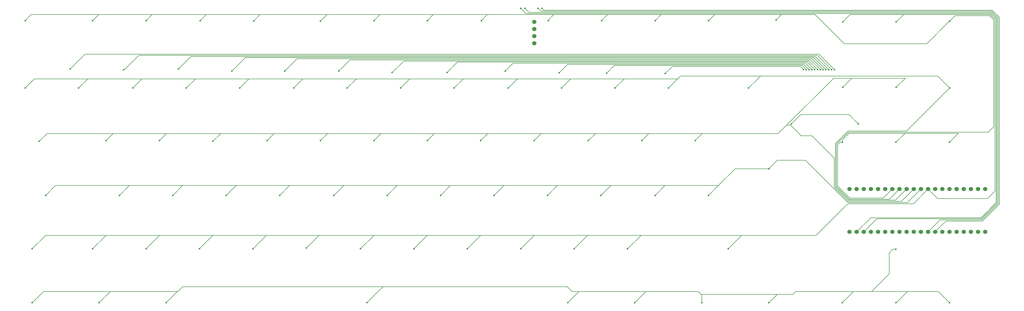
<source format=gtl>
G04 #@! TF.GenerationSoftware,KiCad,Pcbnew,8.0.6*
G04 #@! TF.CreationDate,2024-12-17T01:06:02+01:00*
G04 #@! TF.ProjectId,wxKeyboard,77784b65-7962-46f6-9172-642e6b696361,rev?*
G04 #@! TF.SameCoordinates,Original*
G04 #@! TF.FileFunction,Copper,L1,Top*
G04 #@! TF.FilePolarity,Positive*
%FSLAX46Y46*%
G04 Gerber Fmt 4.6, Leading zero omitted, Abs format (unit mm)*
G04 Created by KiCad (PCBNEW 8.0.6) date 2024-12-17 01:06:02*
%MOMM*%
%LPD*%
G01*
G04 APERTURE LIST*
G04 #@! TA.AperFunction,ComponentPad*
%ADD10C,1.524000*%
G04 #@! TD*
G04 #@! TA.AperFunction,ViaPad*
%ADD11C,0.600000*%
G04 #@! TD*
G04 #@! TA.AperFunction,Conductor*
%ADD12C,0.200000*%
G04 #@! TD*
G04 APERTURE END LIST*
D10*
X359500000Y-321500000D03*
X359500000Y-324040000D03*
X359500000Y-326580000D03*
X359500000Y-329120000D03*
X519880000Y-396240000D03*
X517340000Y-396240000D03*
X514800000Y-396240000D03*
X512260000Y-396240000D03*
X509720000Y-396240000D03*
X507180000Y-396240000D03*
X504640000Y-396240000D03*
X502100000Y-396240000D03*
X499560000Y-396240000D03*
X497020000Y-396240000D03*
X494480000Y-396240000D03*
X491940000Y-396240000D03*
X489400000Y-396240000D03*
X486860000Y-396240000D03*
X484320000Y-396240000D03*
X481780000Y-396240000D03*
X479240000Y-396240000D03*
X476700000Y-396240000D03*
X474160000Y-396240000D03*
X471620000Y-396240000D03*
X519880000Y-381000000D03*
X517340000Y-381000000D03*
X514800000Y-381000000D03*
X512260000Y-381000000D03*
X509720000Y-381000000D03*
X507180000Y-381000000D03*
X504640000Y-381000000D03*
X502100000Y-381000000D03*
X499560000Y-381000000D03*
X497020000Y-381000000D03*
X494480000Y-381000000D03*
X491940000Y-381000000D03*
X489400000Y-381000000D03*
X486860000Y-381000000D03*
X484320000Y-381000000D03*
X481780000Y-381000000D03*
X479240000Y-381000000D03*
X476700000Y-381000000D03*
X474160000Y-381000000D03*
X471620000Y-381000000D03*
D11*
X194500000Y-338250000D03*
X466250000Y-338500000D03*
X465250000Y-338500000D03*
X213500000Y-338440000D03*
X233000000Y-338250000D03*
X464250000Y-338500000D03*
X252000000Y-339000000D03*
X463250000Y-338513952D03*
X462250000Y-338500000D03*
X270750000Y-339000000D03*
X290000000Y-339000000D03*
X461250000Y-338500002D03*
X460250000Y-338500000D03*
X309000000Y-339500000D03*
X328500000Y-339500000D03*
X459250002Y-338500000D03*
X458250000Y-338500000D03*
X349150000Y-339000000D03*
X368375000Y-339625000D03*
X457250000Y-338500000D03*
X456249998Y-338500000D03*
X385250000Y-339750000D03*
X406125000Y-339875000D03*
X455249998Y-338500000D03*
X474750000Y-357750000D03*
X451000000Y-357750000D03*
X507206250Y-364331250D03*
X507206250Y-421481250D03*
X469106250Y-421481250D03*
X395287500Y-421481250D03*
X488156250Y-402431250D03*
X469106250Y-364331250D03*
X300037500Y-421481250D03*
X228600000Y-421481250D03*
X204787500Y-421481250D03*
X419100000Y-421481250D03*
X442912500Y-421481250D03*
X488156250Y-421481250D03*
X488156250Y-364331250D03*
X180975000Y-421481250D03*
X371475000Y-421481250D03*
X297750000Y-402250000D03*
X335750000Y-402250000D03*
X316750000Y-402250000D03*
X488250000Y-321500000D03*
X202500000Y-402250000D03*
X278499998Y-402000000D03*
X373750000Y-402250000D03*
X469250000Y-321500000D03*
X428500000Y-402250000D03*
X392750000Y-402250000D03*
X259500000Y-402250000D03*
X181000000Y-402250000D03*
X221500000Y-402250000D03*
X240500000Y-402250000D03*
X354750000Y-402250000D03*
X402500000Y-383250000D03*
X345250000Y-383250000D03*
X307250000Y-383250000D03*
X212000000Y-383250000D03*
X326250000Y-383250000D03*
X288250000Y-383250000D03*
X364250000Y-383250000D03*
X421500000Y-383250000D03*
X443000000Y-373750000D03*
X269000000Y-383250000D03*
X250000000Y-383250000D03*
X231000000Y-383250000D03*
X383250000Y-383250000D03*
X185750000Y-383250000D03*
X183500000Y-364000000D03*
X488250000Y-344750000D03*
X469250000Y-344750000D03*
X245250000Y-364000000D03*
X359500000Y-363750000D03*
X283500000Y-363750000D03*
X264500000Y-363750000D03*
X207250000Y-363750000D03*
X340500000Y-363750000D03*
X302500000Y-363750000D03*
X378750000Y-363750000D03*
X397750000Y-363750000D03*
X321500000Y-363750000D03*
X416750000Y-363750000D03*
X226250000Y-363750000D03*
X197500000Y-345000000D03*
X235750000Y-345000000D03*
X293000000Y-345000000D03*
X388250000Y-345000000D03*
X331000000Y-345000000D03*
X274000000Y-345000000D03*
X369250000Y-345000000D03*
X312000000Y-345000000D03*
X350250000Y-345000000D03*
X407250000Y-345000000D03*
X178500000Y-345000000D03*
X216750000Y-345000000D03*
X254750000Y-345000000D03*
X507250000Y-345000000D03*
X435750000Y-345000000D03*
X178500000Y-321000000D03*
X383500000Y-321000000D03*
X340750000Y-321000000D03*
X421500000Y-321000000D03*
X402500000Y-321000000D03*
X283500000Y-321250000D03*
X259750000Y-321250000D03*
X507250000Y-321250000D03*
X321500000Y-321000000D03*
X364500000Y-321000000D03*
X221500000Y-321000000D03*
X445500000Y-320750000D03*
X240750000Y-321000000D03*
X302500000Y-321000000D03*
X202500000Y-321000000D03*
X354700000Y-316600000D03*
X362200000Y-316600000D03*
X360900000Y-316600000D03*
X356200000Y-316600000D03*
D12*
X194500000Y-338250000D02*
X199750000Y-333000000D01*
X199750000Y-333000000D02*
X460750000Y-333000000D01*
X460750000Y-333000000D02*
X466250000Y-338500000D01*
X460150000Y-333400000D02*
X465250000Y-338500000D01*
X213810000Y-338440000D02*
X218850000Y-333400000D01*
X213500000Y-338440000D02*
X213810000Y-338440000D01*
X218850000Y-333400000D02*
X460150000Y-333400000D01*
X237450000Y-333800000D02*
X459550000Y-333800000D01*
X233000000Y-338250000D02*
X237450000Y-333800000D01*
X459550000Y-333800000D02*
X464250000Y-338500000D01*
X458936048Y-334200000D02*
X463250000Y-338513952D01*
X256800000Y-334200000D02*
X458936048Y-334200000D01*
X252000000Y-339000000D02*
X256800000Y-334200000D01*
X458350000Y-334600000D02*
X462250000Y-338500000D01*
X270750000Y-339000000D02*
X275150000Y-334600000D01*
X275150000Y-334600000D02*
X458350000Y-334600000D01*
X294000000Y-335000000D02*
X457749998Y-335000000D01*
X457749998Y-335000000D02*
X461250000Y-338500002D01*
X290000000Y-339000000D02*
X294000000Y-335000000D01*
X457150000Y-335400000D02*
X460250000Y-338500000D01*
X309000000Y-339500000D02*
X313100000Y-335400000D01*
X313100000Y-335400000D02*
X457150000Y-335400000D01*
X332200000Y-335800000D02*
X456550002Y-335800000D01*
X456550002Y-335800000D02*
X459250002Y-338500000D01*
X328500000Y-339500000D02*
X332200000Y-335800000D01*
X455950000Y-336200000D02*
X458250000Y-338500000D01*
X349150000Y-339000000D02*
X351950000Y-336200000D01*
X351950000Y-336200000D02*
X455950000Y-336200000D01*
X371400000Y-336600000D02*
X455350000Y-336600000D01*
X368375000Y-339625000D02*
X371400000Y-336600000D01*
X455350000Y-336600000D02*
X457250000Y-338500000D01*
X385250000Y-339750000D02*
X388000000Y-337000000D01*
X456249998Y-338499998D02*
X456249998Y-338500000D01*
X454749998Y-337000000D02*
X456249998Y-338500000D01*
X388000000Y-337000000D02*
X454749998Y-337000000D01*
X406125000Y-339875000D02*
X408600000Y-337400000D01*
X454149998Y-337400000D02*
X455249998Y-338500000D01*
X408600000Y-337400000D02*
X454149998Y-337400000D01*
X455249998Y-338499998D02*
X455249998Y-338500000D01*
X471500000Y-354500000D02*
X474750000Y-357750000D01*
X454250000Y-354500000D02*
X471500000Y-354500000D01*
X451000000Y-357750000D02*
X454250000Y-354500000D01*
X468318750Y-364331250D02*
X469106250Y-364331250D01*
X451500000Y-418500000D02*
X452500000Y-417500000D01*
X181018750Y-421481250D02*
X185000000Y-417500000D01*
X488156250Y-421481250D02*
X488268750Y-421481250D01*
X471700000Y-384200000D02*
X467400000Y-379900000D01*
X417800000Y-417500000D02*
X419100000Y-418800000D01*
X300037500Y-421481250D02*
X300037500Y-421462500D01*
X503225000Y-417500000D02*
X507206250Y-421481250D01*
X208750000Y-417500000D02*
X232750000Y-417500000D01*
X473000000Y-417587500D02*
X473000000Y-417500000D01*
X471415686Y-361150000D02*
X510350000Y-361150000D01*
X467400000Y-379900000D02*
X467400000Y-365250000D01*
X446000000Y-418500000D02*
X451500000Y-418500000D01*
X232750000Y-417500000D02*
X234500000Y-415750000D01*
X232581250Y-417500000D02*
X232750000Y-417500000D01*
X305750000Y-415750000D02*
X371250000Y-415750000D01*
X234500000Y-415750000D02*
X306250000Y-415750000D01*
X487068750Y-402431250D02*
X488156250Y-402431250D01*
X399250000Y-417500000D02*
X417800000Y-417500000D01*
X479500000Y-417500000D02*
X485750000Y-411250000D01*
X483660000Y-384200000D02*
X471700000Y-384200000D01*
X180975000Y-421481250D02*
X181018750Y-421481250D01*
X371250000Y-415750000D02*
X373000000Y-417500000D01*
X185000000Y-417500000D02*
X208750000Y-417500000D01*
X479500000Y-417500000D02*
X492250000Y-417500000D01*
X492250000Y-417500000D02*
X503225000Y-417500000D01*
X507206250Y-364293750D02*
X510250000Y-361250000D01*
X507206250Y-364331250D02*
X507206250Y-364293750D01*
X208750000Y-417518750D02*
X208750000Y-417500000D01*
X488156250Y-364331250D02*
X491237500Y-361250000D01*
X300037500Y-421462500D02*
X304000000Y-417500000D01*
X510250000Y-361250000D02*
X510350000Y-361150000D01*
X304000000Y-417500000D02*
X305750000Y-415750000D01*
X473000000Y-417500000D02*
X479500000Y-417500000D01*
X443018750Y-421481250D02*
X446000000Y-418500000D01*
X204787500Y-421481250D02*
X208750000Y-417518750D01*
X419100000Y-421481250D02*
X419100000Y-418800000D01*
X467400000Y-365250000D02*
X468318750Y-364331250D01*
X395287500Y-421462500D02*
X399250000Y-417500000D01*
X373000000Y-417500000D02*
X375500000Y-417500000D01*
X485750000Y-411250000D02*
X485750000Y-403750000D01*
X375456250Y-417500000D02*
X375500000Y-417500000D01*
X442912500Y-421481250D02*
X443018750Y-421481250D01*
X371475000Y-421481250D02*
X375456250Y-417500000D01*
X469106250Y-363459436D02*
X471415686Y-361150000D01*
X228600000Y-421481250D02*
X232581250Y-417500000D01*
X395287500Y-421481250D02*
X395287500Y-421462500D01*
X469106250Y-421481250D02*
X473000000Y-417587500D01*
X469106250Y-364331250D02*
X469106250Y-363459436D01*
X452500000Y-417500000D02*
X473000000Y-417500000D01*
X488268750Y-421481250D02*
X492250000Y-417500000D01*
X486860000Y-381000000D02*
X483660000Y-384200000D01*
X375500000Y-417500000D02*
X399250000Y-417500000D01*
X485750000Y-403750000D02*
X487068750Y-402431250D01*
X418800000Y-418500000D02*
X446000000Y-418500000D01*
X354750000Y-402250000D02*
X359500000Y-397500000D01*
X278499998Y-402000000D02*
X278500000Y-402000000D01*
X520700000Y-384400000D02*
X502960000Y-384400000D01*
X207250000Y-397500000D02*
X207750000Y-397500000D01*
X207750000Y-397500000D02*
X226500000Y-397500000D01*
X471873750Y-318876250D02*
X490873750Y-318876250D01*
X490873750Y-318876250D02*
X521691936Y-318876250D01*
X321500000Y-397500000D02*
X322500000Y-397500000D01*
X245250000Y-397500000D02*
X246000000Y-397500000D01*
X316750000Y-402250000D02*
X321500000Y-397500000D01*
X278500000Y-402000000D02*
X283000000Y-397500000D01*
X226250000Y-397500000D02*
X226500000Y-397500000D01*
X240500000Y-402250000D02*
X245250000Y-397500000D01*
X303000000Y-397500000D02*
X322500000Y-397500000D01*
X488250000Y-321500000D02*
X490750000Y-319000000D01*
X341000000Y-397500000D02*
X359500000Y-397500000D01*
X283000000Y-397500000D02*
X303000000Y-397500000D01*
X502960000Y-384400000D02*
X499560000Y-381000000D01*
X226500000Y-397500000D02*
X246000000Y-397500000D01*
X181000000Y-402250000D02*
X185750000Y-397500000D01*
X397750000Y-397500000D02*
X433250000Y-397500000D01*
X322500000Y-397500000D02*
X341000000Y-397500000D01*
X378500000Y-397500000D02*
X397750000Y-397500000D01*
X428500000Y-402250000D02*
X433250000Y-397500000D01*
X392750000Y-402250000D02*
X397500000Y-397500000D01*
X494360000Y-386200000D02*
X499560000Y-381000000D01*
X523350000Y-381750000D02*
X520700000Y-384400000D01*
X340500000Y-397500000D02*
X341000000Y-397500000D01*
X302500000Y-397500000D02*
X303000000Y-397500000D01*
X185750000Y-397500000D02*
X207750000Y-397500000D01*
X202500000Y-402250000D02*
X207250000Y-397500000D01*
X246000000Y-397500000D02*
X264500000Y-397500000D01*
X433250000Y-397500000D02*
X459800000Y-397500000D01*
X523350000Y-320534314D02*
X523350000Y-381750000D01*
X264500000Y-397500000D02*
X283000000Y-397500000D01*
X471100000Y-386200000D02*
X494360000Y-386200000D01*
X373750000Y-402250000D02*
X378500000Y-397500000D01*
X335750000Y-402250000D02*
X340500000Y-397500000D01*
X459800000Y-397500000D02*
X470100000Y-387200000D01*
X264250000Y-397500000D02*
X264500000Y-397500000D01*
X297750000Y-402250000D02*
X302500000Y-397500000D01*
X521691936Y-318876250D02*
X523350000Y-320534314D01*
X359500000Y-397500000D02*
X378500000Y-397500000D01*
X259500000Y-402250000D02*
X264250000Y-397500000D01*
X470100000Y-387200000D02*
X471100000Y-386200000D01*
X490750000Y-319000000D02*
X490873750Y-318876250D01*
X397500000Y-397500000D02*
X397750000Y-397500000D01*
X221500000Y-402250000D02*
X226250000Y-397500000D01*
X469250000Y-321500000D02*
X471873750Y-318876250D01*
X471037256Y-385800000D02*
X492220000Y-385800000D01*
X330000000Y-379750000D02*
X348750000Y-379750000D01*
X272750000Y-379750000D02*
X291750000Y-379750000D01*
X425000000Y-379750000D02*
X421500000Y-383250000D01*
X250000000Y-383250000D02*
X253500000Y-379750000D01*
X431000000Y-373750000D02*
X433500000Y-373750000D01*
X402500000Y-383250000D02*
X406000000Y-379750000D01*
X310750000Y-379750000D02*
X311000000Y-379750000D01*
X269000000Y-383250000D02*
X272500000Y-379750000D01*
X307250000Y-383250000D02*
X310750000Y-379750000D01*
X288250000Y-383250000D02*
X291750000Y-379750000D01*
X348750000Y-379750000D02*
X367750000Y-379750000D01*
X291750000Y-379750000D02*
X311000000Y-379750000D01*
X231000000Y-383250000D02*
X234500000Y-379750000D01*
X383250000Y-383250000D02*
X386750000Y-379750000D01*
X406750000Y-379750000D02*
X425000000Y-379750000D01*
X215500000Y-379750000D02*
X234500000Y-379750000D01*
X311000000Y-379750000D02*
X330000000Y-379750000D01*
X345250000Y-383250000D02*
X348750000Y-379750000D01*
X326250000Y-383250000D02*
X329750000Y-379750000D01*
X455937256Y-370700000D02*
X471037256Y-385800000D01*
X446000000Y-370700000D02*
X455937256Y-370700000D01*
X387000000Y-379750000D02*
X406750000Y-379750000D01*
X234500000Y-379750000D02*
X253500000Y-379750000D01*
X443000000Y-373750000D02*
X443000000Y-373700000D01*
X189250000Y-379750000D02*
X215500000Y-379750000D01*
X185750000Y-383250000D02*
X189250000Y-379750000D01*
X364250000Y-383250000D02*
X367750000Y-379750000D01*
X443000000Y-373700000D02*
X446000000Y-370700000D01*
X492220000Y-385800000D02*
X497020000Y-381000000D01*
X212000000Y-383250000D02*
X215500000Y-379750000D01*
X386750000Y-379750000D02*
X387000000Y-379750000D01*
X329750000Y-379750000D02*
X330000000Y-379750000D01*
X406000000Y-379750000D02*
X406750000Y-379750000D01*
X253500000Y-379750000D02*
X272750000Y-379750000D01*
X272500000Y-379750000D02*
X272750000Y-379750000D01*
X367750000Y-379750000D02*
X387000000Y-379750000D01*
X433500000Y-373750000D02*
X443000000Y-373750000D01*
X425000000Y-379750000D02*
X431000000Y-373750000D01*
X446250000Y-361250000D02*
X449250000Y-358250000D01*
X183500000Y-364000000D02*
X186250000Y-361250000D01*
X473250000Y-341500000D02*
X491500000Y-341500000D01*
X416750000Y-363750000D02*
X419250000Y-361250000D01*
X449250000Y-358250000D02*
X450651471Y-358250000D01*
X454401471Y-362000000D02*
X458250000Y-362000000D01*
X207250000Y-363750000D02*
X209750000Y-361250000D01*
X466200000Y-369950000D02*
X466200000Y-380397058D01*
X248250000Y-361250000D02*
X228750000Y-361250000D01*
X283500000Y-363750000D02*
X286000000Y-361250000D01*
X450651471Y-358250000D02*
X454401471Y-362000000D01*
X248000000Y-361250000D02*
X248250000Y-361250000D01*
X491500000Y-341500000D02*
X488250000Y-344750000D01*
X458250000Y-362000000D02*
X466200000Y-369950000D01*
X228750000Y-361250000D02*
X209750000Y-361250000D01*
X419250000Y-361250000D02*
X421250000Y-361250000D01*
X305000000Y-361250000D02*
X286000000Y-361250000D01*
X469250000Y-344750000D02*
X472500000Y-341500000D01*
X397750000Y-363750000D02*
X400250000Y-361250000D01*
X340500000Y-363750000D02*
X343000000Y-361250000D01*
X378750000Y-363750000D02*
X381250000Y-361250000D01*
X490080000Y-385400000D02*
X494480000Y-381000000D01*
X400250000Y-361250000D02*
X381250000Y-361250000D01*
X209750000Y-361250000D02*
X186250000Y-361250000D01*
X381250000Y-361250000D02*
X362000000Y-361250000D01*
X362000000Y-361250000D02*
X343000000Y-361250000D01*
X471202942Y-385400000D02*
X490080000Y-385400000D01*
X466000000Y-341500000D02*
X472500000Y-341500000D01*
X419250000Y-361250000D02*
X400250000Y-361250000D01*
X286000000Y-361250000D02*
X267000000Y-361250000D01*
X267000000Y-361250000D02*
X248250000Y-361250000D01*
X472500000Y-341500000D02*
X473250000Y-341500000D01*
X321500000Y-363750000D02*
X324000000Y-361250000D01*
X302500000Y-363750000D02*
X305000000Y-361250000D01*
X324000000Y-361250000D02*
X305000000Y-361250000D01*
X466200000Y-380397058D02*
X471202942Y-385400000D01*
X421250000Y-361250000D02*
X446250000Y-361250000D01*
X264500000Y-363750000D02*
X267000000Y-361250000D01*
X359500000Y-363750000D02*
X362000000Y-361250000D01*
X245250000Y-364000000D02*
X248000000Y-361250000D01*
X226250000Y-363750000D02*
X228750000Y-361250000D01*
X343000000Y-361250000D02*
X324000000Y-361250000D01*
X449250000Y-358250000D02*
X466000000Y-341500000D01*
X507250000Y-345000000D02*
X491900000Y-360350000D01*
X372500000Y-341750000D02*
X373000000Y-341750000D01*
X466600000Y-364834314D02*
X466600000Y-380231372D01*
X353500000Y-341750000D02*
X353750000Y-341750000D01*
X410500000Y-341750000D02*
X411500000Y-340750000D01*
X388250000Y-345000000D02*
X391500000Y-341750000D01*
X274000000Y-345000000D02*
X277250000Y-341750000D01*
X315250000Y-341750000D02*
X315500000Y-341750000D01*
X391500000Y-341750000D02*
X392500000Y-341750000D01*
X331000000Y-345000000D02*
X334250000Y-341750000D01*
X181750000Y-341750000D02*
X201000000Y-341750000D01*
X258500000Y-341750000D02*
X277250000Y-341750000D01*
X435750000Y-345000000D02*
X439000000Y-341750000D01*
X277250000Y-341750000D02*
X296250000Y-341750000D01*
X353750000Y-341750000D02*
X373000000Y-341750000D01*
X392500000Y-341750000D02*
X410500000Y-341750000D01*
X471368628Y-385000000D02*
X487940000Y-385000000D01*
X296250000Y-341750000D02*
X315500000Y-341750000D01*
X235750000Y-345000000D02*
X239000000Y-341750000D01*
X293000000Y-345000000D02*
X296250000Y-341750000D01*
X315500000Y-341750000D02*
X335000000Y-341750000D01*
X216750000Y-345000000D02*
X220000000Y-341750000D01*
X350250000Y-345000000D02*
X353500000Y-341750000D01*
X254750000Y-345000000D02*
X258000000Y-341750000D01*
X334250000Y-341750000D02*
X335000000Y-341750000D01*
X411500000Y-340750000D02*
X440000000Y-340750000D01*
X197500000Y-345000000D02*
X200750000Y-341750000D01*
X369250000Y-345000000D02*
X372500000Y-341750000D01*
X373000000Y-341750000D02*
X392500000Y-341750000D01*
X491900000Y-360350000D02*
X471084314Y-360350000D01*
X312000000Y-345000000D02*
X315250000Y-341750000D01*
X439000000Y-341750000D02*
X440000000Y-340750000D01*
X466600000Y-380231372D02*
X471368628Y-385000000D01*
X471084314Y-360350000D02*
X466600000Y-364834314D01*
X407250000Y-345000000D02*
X410500000Y-341750000D01*
X258000000Y-341750000D02*
X258500000Y-341750000D01*
X239000000Y-341750000D02*
X239250000Y-341750000D01*
X440000000Y-340750000D02*
X503000000Y-340750000D01*
X200750000Y-341750000D02*
X201000000Y-341750000D01*
X487940000Y-385000000D02*
X491940000Y-381000000D01*
X335000000Y-341750000D02*
X353750000Y-341750000D01*
X220000000Y-341750000D02*
X239250000Y-341750000D01*
X178500000Y-345000000D02*
X181750000Y-341750000D01*
X201000000Y-341750000D02*
X220000000Y-341750000D01*
X503000000Y-340750000D02*
X507250000Y-345000000D01*
X239250000Y-341750000D02*
X258500000Y-341750000D01*
X423623750Y-318876250D02*
X423500000Y-319000000D01*
X243250000Y-318876250D02*
X224750000Y-318876250D01*
X340750000Y-321000000D02*
X342873750Y-318876250D01*
X471534314Y-384600000D02*
X485800000Y-384600000D01*
X286250000Y-318876250D02*
X262000000Y-318876250D01*
X385623750Y-318876250D02*
X386250000Y-318876250D01*
X509223750Y-319276250D02*
X521526250Y-319276250D01*
X507093662Y-321250000D02*
X507250000Y-321250000D01*
X521526250Y-319276250D02*
X522950000Y-320700000D01*
X467000000Y-365000000D02*
X467000000Y-380065686D01*
X386250000Y-318876250D02*
X366500000Y-318876250D01*
X366500000Y-318876250D02*
X343000000Y-318876250D01*
X507250000Y-321250000D02*
X509223750Y-319276250D01*
X522950000Y-358800000D02*
X521000000Y-360750000D01*
X404623750Y-318876250D02*
X404750000Y-318876250D01*
X447373750Y-318876250D02*
X459376250Y-318876250D01*
X522950000Y-320700000D02*
X522950000Y-358800000D01*
X423623750Y-318876250D02*
X404750000Y-318876250D01*
X404750000Y-318876250D02*
X386250000Y-318876250D01*
X180623750Y-318876250D02*
X178500000Y-321000000D01*
X467000000Y-380065686D02*
X471534314Y-384600000D01*
X383500000Y-321000000D02*
X385623750Y-318876250D01*
X471250000Y-360750000D02*
X467000000Y-365000000D01*
X423500000Y-319000000D02*
X421500000Y-321000000D01*
X324000000Y-318876250D02*
X304750000Y-318876250D01*
X302500000Y-321000000D02*
X304623750Y-318876250D01*
X259750000Y-321126250D02*
X262000000Y-318876250D01*
X221500000Y-321000000D02*
X223623750Y-318876250D01*
X447250000Y-319000000D02*
X447373750Y-318876250D01*
X469750000Y-329250000D02*
X499093662Y-329250000D01*
X402500000Y-321000000D02*
X404623750Y-318876250D01*
X202500000Y-321000000D02*
X204623750Y-318876250D01*
X204623750Y-318876250D02*
X204750000Y-318876250D01*
X499093662Y-329250000D02*
X507093662Y-321250000D01*
X485800000Y-384600000D02*
X489400000Y-381000000D01*
X242873750Y-318876250D02*
X243250000Y-318876250D01*
X283500000Y-321250000D02*
X285873750Y-318876250D01*
X285873750Y-318876250D02*
X286250000Y-318876250D01*
X304623750Y-318876250D02*
X304750000Y-318876250D01*
X204750000Y-318876250D02*
X180623750Y-318876250D01*
X262000000Y-318876250D02*
X243250000Y-318876250D01*
X321500000Y-321000000D02*
X323623750Y-318876250D01*
X224750000Y-318876250D02*
X204750000Y-318876250D01*
X521000000Y-360750000D02*
X471250000Y-360750000D01*
X259750000Y-321250000D02*
X259750000Y-321126250D01*
X459376250Y-318876250D02*
X469750000Y-329250000D01*
X445500000Y-320750000D02*
X447250000Y-319000000D01*
X342873750Y-318876250D02*
X343000000Y-318876250D01*
X223623750Y-318876250D02*
X224750000Y-318876250D01*
X323623750Y-318876250D02*
X324000000Y-318876250D01*
X364500000Y-320876250D02*
X366500000Y-318876250D01*
X304750000Y-318876250D02*
X286250000Y-318876250D01*
X240750000Y-321000000D02*
X242873750Y-318876250D01*
X447500000Y-318876250D02*
X423623750Y-318876250D01*
X343000000Y-318876250D02*
X324000000Y-318876250D01*
X364500000Y-321000000D02*
X364500000Y-320876250D01*
X474160000Y-396240000D02*
X479200000Y-391200000D01*
X356576250Y-318476250D02*
X354700000Y-316600000D01*
X521857622Y-318476250D02*
X356576250Y-318476250D01*
X523750000Y-320368628D02*
X521857622Y-318476250D01*
X518400000Y-391200000D02*
X523750000Y-385850000D01*
X479200000Y-391200000D02*
X518400000Y-391200000D01*
X523750000Y-385850000D02*
X523750000Y-320368628D01*
X522354680Y-317276250D02*
X524950000Y-319871570D01*
X362200000Y-316600000D02*
X362876250Y-317276250D01*
X524950000Y-319871570D02*
X524950000Y-386347058D01*
X505940000Y-392400000D02*
X502100000Y-396240000D01*
X362876250Y-317276250D02*
X522354680Y-317276250D01*
X518897058Y-392400000D02*
X505940000Y-392400000D01*
X524950000Y-386347058D02*
X518897058Y-392400000D01*
X524550000Y-320037256D02*
X524550000Y-386181372D01*
X503800000Y-392000000D02*
X499560000Y-396240000D01*
X360900000Y-316600000D02*
X361976250Y-317676250D01*
X522188994Y-317676250D02*
X524550000Y-320037256D01*
X524550000Y-386181372D02*
X518731372Y-392000000D01*
X518731372Y-392000000D02*
X503800000Y-392000000D01*
X361976250Y-317676250D02*
X522188994Y-317676250D01*
X524150000Y-386015686D02*
X524150000Y-320202942D01*
X476700000Y-396240000D02*
X481340000Y-391600000D01*
X481340000Y-391600000D02*
X518565686Y-391600000D01*
X518565686Y-391600000D02*
X524150000Y-386015686D01*
X522023308Y-318076250D02*
X357676250Y-318076250D01*
X357676250Y-318076250D02*
X356200000Y-316600000D01*
X524150000Y-320202942D02*
X522023308Y-318076250D01*
M02*

</source>
